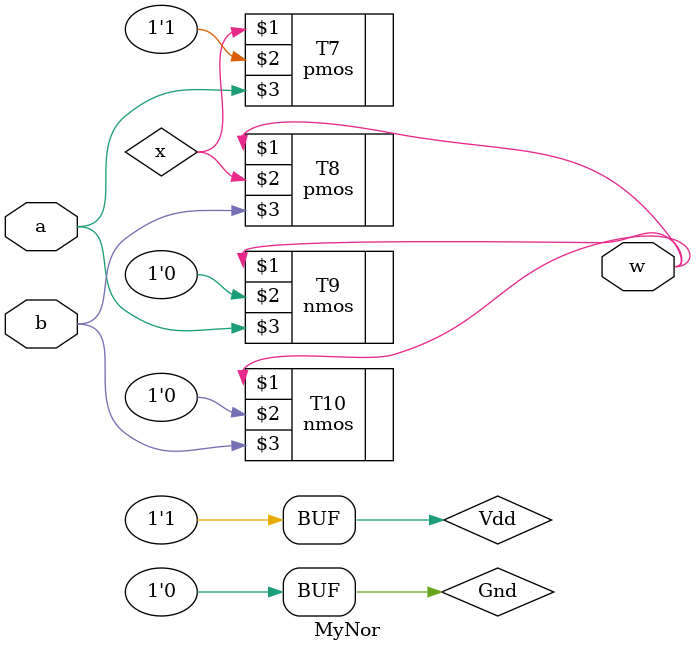
<source format=v>
`timescale 1ns/1ns
module MyNor(input a, input b, output w);
	supply1 Vdd;
	supply0 Gnd;
	wire x;
	pmos #(5,6,7)T7(x,Vdd,a);
	pmos #(5,6,7)T8(w,x,b);
	nmos #(3,4,5)T9(w,Gnd,a);
	nmos #(3,4,5)T10(w,Gnd,b);
endmodule

	

</source>
